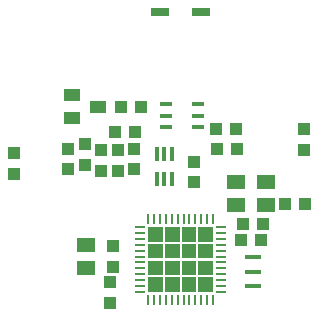
<source format=gbr>
G04 EAGLE Gerber RS-274X export*
G75*
%MOMM*%
%FSLAX34Y34*%
%LPD*%
%INSolderpaste Bottom*%
%IPPOS*%
%AMOC8*
5,1,8,0,0,1.08239X$1,22.5*%
G01*
%ADD10R,1.000000X1.100000*%
%ADD11R,1.500000X1.300000*%
%ADD12R,1.100000X1.000000*%
%ADD13R,1.399997X0.400000*%
%ADD14R,0.355600X1.168400*%
%ADD15R,1.400000X1.000000*%
%ADD16R,1.003300X0.457200*%
%ADD17R,0.812800X0.254000*%
%ADD18R,0.254000X0.812800*%
%ADD19R,1.600000X0.800000*%

G36*
X331488Y291959D02*
X331488Y291959D01*
X331490Y291958D01*
X331533Y291978D01*
X331577Y291996D01*
X331577Y291998D01*
X331579Y291999D01*
X331612Y292084D01*
X331612Y304308D01*
X331611Y304310D01*
X331612Y304312D01*
X331592Y304355D01*
X331574Y304399D01*
X331572Y304399D01*
X331571Y304401D01*
X331486Y304434D01*
X319262Y304434D01*
X319260Y304433D01*
X319258Y304434D01*
X319215Y304414D01*
X319171Y304396D01*
X319171Y304394D01*
X319169Y304393D01*
X319136Y304308D01*
X319136Y292084D01*
X319137Y292082D01*
X319136Y292080D01*
X319156Y292037D01*
X319174Y291993D01*
X319176Y291993D01*
X319177Y291991D01*
X319262Y291958D01*
X331486Y291958D01*
X331488Y291959D01*
G37*
G36*
X359936Y291959D02*
X359936Y291959D01*
X359938Y291958D01*
X359981Y291978D01*
X360025Y291996D01*
X360025Y291998D01*
X360027Y291999D01*
X360060Y292084D01*
X360060Y304308D01*
X360059Y304310D01*
X360060Y304312D01*
X360040Y304355D01*
X360022Y304399D01*
X360020Y304399D01*
X360019Y304401D01*
X359934Y304434D01*
X347710Y304434D01*
X347708Y304433D01*
X347706Y304434D01*
X347663Y304414D01*
X347619Y304396D01*
X347619Y304394D01*
X347617Y304393D01*
X347584Y304308D01*
X347584Y292084D01*
X347585Y292082D01*
X347584Y292080D01*
X347604Y292037D01*
X347622Y291993D01*
X347624Y291993D01*
X347625Y291991D01*
X347710Y291958D01*
X359934Y291958D01*
X359936Y291959D01*
G37*
G36*
X345712Y291959D02*
X345712Y291959D01*
X345714Y291958D01*
X345757Y291978D01*
X345801Y291996D01*
X345801Y291998D01*
X345803Y291999D01*
X345836Y292084D01*
X345836Y304308D01*
X345835Y304310D01*
X345836Y304312D01*
X345816Y304355D01*
X345798Y304399D01*
X345796Y304399D01*
X345795Y304401D01*
X345710Y304434D01*
X333486Y304434D01*
X333484Y304433D01*
X333482Y304434D01*
X333439Y304414D01*
X333395Y304396D01*
X333395Y304394D01*
X333393Y304393D01*
X333360Y304308D01*
X333360Y292084D01*
X333361Y292082D01*
X333360Y292080D01*
X333380Y292037D01*
X333398Y291993D01*
X333400Y291993D01*
X333401Y291991D01*
X333486Y291958D01*
X345710Y291958D01*
X345712Y291959D01*
G37*
G36*
X374160Y291959D02*
X374160Y291959D01*
X374162Y291958D01*
X374205Y291978D01*
X374249Y291996D01*
X374249Y291998D01*
X374251Y291999D01*
X374284Y292084D01*
X374284Y304308D01*
X374283Y304310D01*
X374284Y304312D01*
X374264Y304355D01*
X374246Y304399D01*
X374244Y304399D01*
X374243Y304401D01*
X374158Y304434D01*
X361934Y304434D01*
X361932Y304433D01*
X361930Y304434D01*
X361887Y304414D01*
X361843Y304396D01*
X361843Y304394D01*
X361841Y304393D01*
X361808Y304308D01*
X361808Y292084D01*
X361809Y292082D01*
X361808Y292080D01*
X361828Y292037D01*
X361846Y291993D01*
X361848Y291993D01*
X361849Y291991D01*
X361934Y291958D01*
X374158Y291958D01*
X374160Y291959D01*
G37*
G36*
X359936Y277735D02*
X359936Y277735D01*
X359938Y277734D01*
X359981Y277754D01*
X360025Y277772D01*
X360025Y277774D01*
X360027Y277775D01*
X360060Y277860D01*
X360060Y290084D01*
X360059Y290086D01*
X360060Y290088D01*
X360040Y290131D01*
X360022Y290175D01*
X360020Y290175D01*
X360019Y290177D01*
X359934Y290210D01*
X347710Y290210D01*
X347708Y290209D01*
X347706Y290210D01*
X347663Y290190D01*
X347619Y290172D01*
X347619Y290170D01*
X347617Y290169D01*
X347584Y290084D01*
X347584Y277860D01*
X347585Y277858D01*
X347584Y277856D01*
X347604Y277813D01*
X347622Y277769D01*
X347624Y277769D01*
X347625Y277767D01*
X347710Y277734D01*
X359934Y277734D01*
X359936Y277735D01*
G37*
G36*
X331488Y277735D02*
X331488Y277735D01*
X331490Y277734D01*
X331533Y277754D01*
X331577Y277772D01*
X331577Y277774D01*
X331579Y277775D01*
X331612Y277860D01*
X331612Y290084D01*
X331611Y290086D01*
X331612Y290088D01*
X331592Y290131D01*
X331574Y290175D01*
X331572Y290175D01*
X331571Y290177D01*
X331486Y290210D01*
X319262Y290210D01*
X319260Y290209D01*
X319258Y290210D01*
X319215Y290190D01*
X319171Y290172D01*
X319171Y290170D01*
X319169Y290169D01*
X319136Y290084D01*
X319136Y277860D01*
X319137Y277858D01*
X319136Y277856D01*
X319156Y277813D01*
X319174Y277769D01*
X319176Y277769D01*
X319177Y277767D01*
X319262Y277734D01*
X331486Y277734D01*
X331488Y277735D01*
G37*
G36*
X345712Y277735D02*
X345712Y277735D01*
X345714Y277734D01*
X345757Y277754D01*
X345801Y277772D01*
X345801Y277774D01*
X345803Y277775D01*
X345836Y277860D01*
X345836Y290084D01*
X345835Y290086D01*
X345836Y290088D01*
X345816Y290131D01*
X345798Y290175D01*
X345796Y290175D01*
X345795Y290177D01*
X345710Y290210D01*
X333486Y290210D01*
X333484Y290209D01*
X333482Y290210D01*
X333439Y290190D01*
X333395Y290172D01*
X333395Y290170D01*
X333393Y290169D01*
X333360Y290084D01*
X333360Y277860D01*
X333361Y277858D01*
X333360Y277856D01*
X333380Y277813D01*
X333398Y277769D01*
X333400Y277769D01*
X333401Y277767D01*
X333486Y277734D01*
X345710Y277734D01*
X345712Y277735D01*
G37*
G36*
X374160Y277735D02*
X374160Y277735D01*
X374162Y277734D01*
X374205Y277754D01*
X374249Y277772D01*
X374249Y277774D01*
X374251Y277775D01*
X374284Y277860D01*
X374284Y290084D01*
X374283Y290086D01*
X374284Y290088D01*
X374264Y290131D01*
X374246Y290175D01*
X374244Y290175D01*
X374243Y290177D01*
X374158Y290210D01*
X361934Y290210D01*
X361932Y290209D01*
X361930Y290210D01*
X361887Y290190D01*
X361843Y290172D01*
X361843Y290170D01*
X361841Y290169D01*
X361808Y290084D01*
X361808Y277860D01*
X361809Y277858D01*
X361808Y277856D01*
X361828Y277813D01*
X361846Y277769D01*
X361848Y277769D01*
X361849Y277767D01*
X361934Y277734D01*
X374158Y277734D01*
X374160Y277735D01*
G37*
G36*
X331488Y263511D02*
X331488Y263511D01*
X331490Y263510D01*
X331533Y263530D01*
X331577Y263548D01*
X331577Y263550D01*
X331579Y263551D01*
X331612Y263636D01*
X331612Y275860D01*
X331611Y275862D01*
X331612Y275864D01*
X331592Y275907D01*
X331574Y275951D01*
X331572Y275951D01*
X331571Y275953D01*
X331486Y275986D01*
X319262Y275986D01*
X319260Y275985D01*
X319258Y275986D01*
X319215Y275966D01*
X319171Y275948D01*
X319171Y275946D01*
X319169Y275945D01*
X319136Y275860D01*
X319136Y263636D01*
X319137Y263634D01*
X319136Y263632D01*
X319156Y263589D01*
X319174Y263545D01*
X319176Y263545D01*
X319177Y263543D01*
X319262Y263510D01*
X331486Y263510D01*
X331488Y263511D01*
G37*
G36*
X359936Y263511D02*
X359936Y263511D01*
X359938Y263510D01*
X359981Y263530D01*
X360025Y263548D01*
X360025Y263550D01*
X360027Y263551D01*
X360060Y263636D01*
X360060Y275860D01*
X360059Y275862D01*
X360060Y275864D01*
X360040Y275907D01*
X360022Y275951D01*
X360020Y275951D01*
X360019Y275953D01*
X359934Y275986D01*
X347710Y275986D01*
X347708Y275985D01*
X347706Y275986D01*
X347663Y275966D01*
X347619Y275948D01*
X347619Y275946D01*
X347617Y275945D01*
X347584Y275860D01*
X347584Y263636D01*
X347585Y263634D01*
X347584Y263632D01*
X347604Y263589D01*
X347622Y263545D01*
X347624Y263545D01*
X347625Y263543D01*
X347710Y263510D01*
X359934Y263510D01*
X359936Y263511D01*
G37*
G36*
X345712Y263511D02*
X345712Y263511D01*
X345714Y263510D01*
X345757Y263530D01*
X345801Y263548D01*
X345801Y263550D01*
X345803Y263551D01*
X345836Y263636D01*
X345836Y275860D01*
X345835Y275862D01*
X345836Y275864D01*
X345816Y275907D01*
X345798Y275951D01*
X345796Y275951D01*
X345795Y275953D01*
X345710Y275986D01*
X333486Y275986D01*
X333484Y275985D01*
X333482Y275986D01*
X333439Y275966D01*
X333395Y275948D01*
X333395Y275946D01*
X333393Y275945D01*
X333360Y275860D01*
X333360Y263636D01*
X333361Y263634D01*
X333360Y263632D01*
X333380Y263589D01*
X333398Y263545D01*
X333400Y263545D01*
X333401Y263543D01*
X333486Y263510D01*
X345710Y263510D01*
X345712Y263511D01*
G37*
G36*
X374160Y263511D02*
X374160Y263511D01*
X374162Y263510D01*
X374205Y263530D01*
X374249Y263548D01*
X374249Y263550D01*
X374251Y263551D01*
X374284Y263636D01*
X374284Y275860D01*
X374283Y275862D01*
X374284Y275864D01*
X374264Y275907D01*
X374246Y275951D01*
X374244Y275951D01*
X374243Y275953D01*
X374158Y275986D01*
X361934Y275986D01*
X361932Y275985D01*
X361930Y275986D01*
X361887Y275966D01*
X361843Y275948D01*
X361843Y275946D01*
X361841Y275945D01*
X361808Y275860D01*
X361808Y263636D01*
X361809Y263634D01*
X361808Y263632D01*
X361828Y263589D01*
X361846Y263545D01*
X361848Y263545D01*
X361849Y263543D01*
X361934Y263510D01*
X374158Y263510D01*
X374160Y263511D01*
G37*
G36*
X345712Y249287D02*
X345712Y249287D01*
X345714Y249286D01*
X345757Y249306D01*
X345801Y249324D01*
X345801Y249326D01*
X345803Y249327D01*
X345836Y249412D01*
X345836Y261636D01*
X345835Y261638D01*
X345836Y261640D01*
X345816Y261683D01*
X345798Y261727D01*
X345796Y261727D01*
X345795Y261729D01*
X345710Y261762D01*
X333486Y261762D01*
X333484Y261761D01*
X333482Y261762D01*
X333439Y261742D01*
X333395Y261724D01*
X333395Y261722D01*
X333393Y261721D01*
X333360Y261636D01*
X333360Y249412D01*
X333361Y249410D01*
X333360Y249408D01*
X333380Y249365D01*
X333398Y249321D01*
X333400Y249321D01*
X333401Y249319D01*
X333486Y249286D01*
X345710Y249286D01*
X345712Y249287D01*
G37*
G36*
X359936Y249287D02*
X359936Y249287D01*
X359938Y249286D01*
X359981Y249306D01*
X360025Y249324D01*
X360025Y249326D01*
X360027Y249327D01*
X360060Y249412D01*
X360060Y261636D01*
X360059Y261638D01*
X360060Y261640D01*
X360040Y261683D01*
X360022Y261727D01*
X360020Y261727D01*
X360019Y261729D01*
X359934Y261762D01*
X347710Y261762D01*
X347708Y261761D01*
X347706Y261762D01*
X347663Y261742D01*
X347619Y261724D01*
X347619Y261722D01*
X347617Y261721D01*
X347584Y261636D01*
X347584Y249412D01*
X347585Y249410D01*
X347584Y249408D01*
X347604Y249365D01*
X347622Y249321D01*
X347624Y249321D01*
X347625Y249319D01*
X347710Y249286D01*
X359934Y249286D01*
X359936Y249287D01*
G37*
G36*
X374160Y249287D02*
X374160Y249287D01*
X374162Y249286D01*
X374205Y249306D01*
X374249Y249324D01*
X374249Y249326D01*
X374251Y249327D01*
X374284Y249412D01*
X374284Y261636D01*
X374283Y261638D01*
X374284Y261640D01*
X374264Y261683D01*
X374246Y261727D01*
X374244Y261727D01*
X374243Y261729D01*
X374158Y261762D01*
X361934Y261762D01*
X361932Y261761D01*
X361930Y261762D01*
X361887Y261742D01*
X361843Y261724D01*
X361843Y261722D01*
X361841Y261721D01*
X361808Y261636D01*
X361808Y249412D01*
X361809Y249410D01*
X361808Y249408D01*
X361828Y249365D01*
X361846Y249321D01*
X361848Y249321D01*
X361849Y249319D01*
X361934Y249286D01*
X374158Y249286D01*
X374160Y249287D01*
G37*
G36*
X331488Y249287D02*
X331488Y249287D01*
X331490Y249286D01*
X331533Y249306D01*
X331577Y249324D01*
X331577Y249326D01*
X331579Y249327D01*
X331612Y249412D01*
X331612Y261636D01*
X331611Y261638D01*
X331612Y261640D01*
X331592Y261683D01*
X331574Y261727D01*
X331572Y261727D01*
X331571Y261729D01*
X331486Y261762D01*
X319262Y261762D01*
X319260Y261761D01*
X319258Y261762D01*
X319215Y261742D01*
X319171Y261724D01*
X319171Y261722D01*
X319169Y261721D01*
X319136Y261636D01*
X319136Y249412D01*
X319137Y249410D01*
X319136Y249408D01*
X319156Y249365D01*
X319174Y249321D01*
X319176Y249321D01*
X319177Y249319D01*
X319262Y249286D01*
X331486Y249286D01*
X331488Y249287D01*
G37*
D10*
X450850Y386960D03*
X450850Y369960D03*
D11*
X419100Y342240D03*
X419100Y323240D03*
D12*
X287020Y240420D03*
X287020Y257420D03*
D13*
X407670Y278700D03*
X407670Y266700D03*
X407670Y254700D03*
D12*
X205740Y366640D03*
X205740Y349640D03*
D11*
X266700Y288900D03*
X266700Y269900D03*
X393700Y342240D03*
X393700Y323240D03*
D10*
X289560Y287900D03*
X289560Y270900D03*
D12*
X399170Y307340D03*
X416170Y307340D03*
D10*
X451730Y323850D03*
X434730Y323850D03*
D14*
X339598Y345440D03*
X332994Y345440D03*
X326390Y345440D03*
X326390Y366268D03*
X332994Y366268D03*
X339598Y366268D03*
D10*
X358140Y359655D03*
X358140Y342655D03*
X393310Y387350D03*
X376310Y387350D03*
D12*
X394580Y370840D03*
X377580Y370840D03*
D10*
X296300Y406400D03*
X313300Y406400D03*
D12*
X293370Y352180D03*
X293370Y369180D03*
D15*
X276430Y406400D03*
X254430Y415900D03*
X254430Y396900D03*
D16*
X334454Y389280D03*
X334454Y398780D03*
X334454Y408280D03*
X361506Y408280D03*
X361506Y398780D03*
X361506Y389280D03*
D10*
X307340Y370450D03*
X307340Y353450D03*
X308220Y384810D03*
X291220Y384810D03*
D12*
X251460Y370450D03*
X251460Y353450D03*
D10*
X265430Y374260D03*
X265430Y357260D03*
D12*
X279400Y369180D03*
X279400Y352180D03*
D17*
X381254Y304367D03*
X381254Y299366D03*
X381254Y294364D03*
X381254Y289363D03*
X381254Y284362D03*
X381254Y279361D03*
X381254Y274359D03*
X381254Y269358D03*
X381254Y264357D03*
X381254Y259356D03*
X381254Y254354D03*
X381254Y249353D03*
D18*
X374217Y242316D03*
X369216Y242316D03*
X364214Y242316D03*
X359213Y242316D03*
X354212Y242316D03*
X349211Y242316D03*
X344209Y242316D03*
X339208Y242316D03*
X334207Y242316D03*
X329206Y242316D03*
X324204Y242316D03*
X319203Y242316D03*
D17*
X312166Y249353D03*
X312166Y254354D03*
X312166Y259356D03*
X312166Y264357D03*
X312166Y269358D03*
X312166Y274359D03*
X312166Y279361D03*
X312166Y284362D03*
X312166Y289363D03*
X312166Y294364D03*
X312166Y299366D03*
X312166Y304367D03*
D18*
X319203Y311404D03*
X324204Y311404D03*
X329206Y311404D03*
X334207Y311404D03*
X339208Y311404D03*
X344209Y311404D03*
X349211Y311404D03*
X354212Y311404D03*
X359213Y311404D03*
X364214Y311404D03*
X369216Y311404D03*
X374217Y311404D03*
D12*
X397900Y293370D03*
X414900Y293370D03*
D19*
X329710Y486410D03*
X363710Y486410D03*
M02*

</source>
